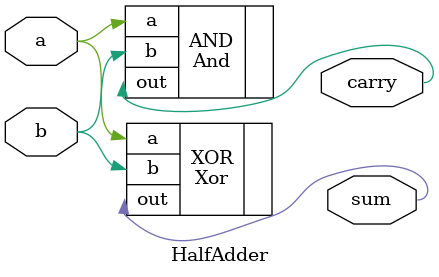
<source format=v>
/**
 * Computes the sum of two bits.
 */
`include "Xor.v"
`default_nettype none
module HalfAdder(
	input wire a,		//1-bit input
	input wire b,		//1-bit inpur
	output wire sum,	//Right bit of a + b
	output wire carry	//Lef bit of a + b
);

// your implementation comes here:
    // Xor(a=a, b=b, out=sum);
    // And(a=a, b=b, out=carry);

    Xor XOR(.a(a),.b(b),.out(sum));
    And AND(.a(a),.b(b),.out(carry));

endmodule

</source>
